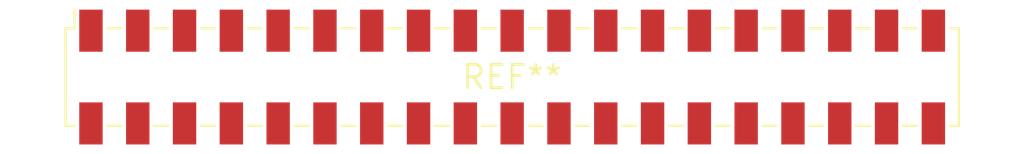
<source format=kicad_pcb>
(kicad_pcb (version 20240108) (generator pcbnew)
  (layers (0 "F.Cu" signal) (31 "B.Cu" signal) (34 "B.Paste" user) (35 "F.Paste" user) (36 "B.SilkS" user "B.Silkscreen") (37 "F.SilkS" user "F.Silkscreen") (38 "B.Mask" user) (39 "F.Mask" user) (44 "Edge.Cuts" user))
  (net 0 "")
  (footprint "Samtec_HLE-119-02-xxx-DV_2x19_P2.54mm_Horizontal" (layer "F.Cu") (at 0 0)
    (property "Reference" "REF**")
    (property "Value" "Samtec_HLE-119-02-xxx-DV_2x19_P2.54mm_Horizontal")
    (fp_line (start -24.24 -2.65) (end -24.24 2.65) (layer "F.SilkS") (stroke (width 0.12)))
    (fp_line (start -24.24 2.65) (end -23.755 2.65) (layer "F.SilkS") (stroke (width 0.12)))
    (fp_line (start -23.755 -3.67) (end -23.755 -2.65) (layer "F.SilkS") (stroke (width 0.12)))
    (fp_line (start -23.755 -2.65) (end -24.24 -2.65) (layer "F.SilkS") (stroke (width 0.12)))
    (fp_line (start -21.965 -2.65) (end -21.215 -2.65) (layer "F.SilkS") (stroke (width 0.12)))
    (fp_line (start -21.965 2.65) (end -21.215 2.65) (layer "F.SilkS") (stroke (width 0.12)))
    (fp_line (start -19.425 -2.65) (end -18.675 -2.65) (layer "F.SilkS") (stroke (width 0.12)))
    (fp_line (start -19.425 2.65) (end -18.675 2.65) (layer "F.SilkS") (stroke (width 0.12)))
    (fp_line (start -16.885 -2.65) (end -16.135 -2.65) (layer "F.SilkS") (stroke (width 0.12)))
    (fp_line (start -16.885 2.65) (end -16.135 2.65) (layer "F.SilkS") (stroke (width 0.12)))
    (fp_line (start -14.345 -2.65) (end -13.595 -2.65) (layer "F.SilkS") (stroke (width 0.12)))
    (fp_line (start -14.345 2.65) (end -13.595 2.65) (layer "F.SilkS") (stroke (width 0.12)))
    (fp_line (start -11.805 -2.65) (end -11.055 -2.65) (layer "F.SilkS") (stroke (width 0.12)))
    (fp_line (start -11.805 2.65) (end -11.055 2.65) (layer "F.SilkS") (stroke (width 0.12)))
    (fp_line (start -9.265 -2.65) (end -8.515 -2.65) (layer "F.SilkS") (stroke (width 0.12)))
    (fp_line (start -9.265 2.65) (end -8.515 2.65) (layer "F.SilkS") (stroke (width 0.12)))
    (fp_line (start -6.725 -2.65) (end -5.975 -2.65) (layer "F.SilkS") (stroke (width 0.12)))
    (fp_line (start -6.725 2.65) (end -5.975 2.65) (layer "F.SilkS") (stroke (width 0.12)))
    (fp_line (start -4.185 -2.65) (end -3.435 -2.65) (layer "F.SilkS") (stroke (width 0.12)))
    (fp_line (start -4.185 2.65) (end -3.435 2.65) (layer "F.SilkS") (stroke (width 0.12)))
    (fp_line (start -1.645 -2.65) (end -0.895 -2.65) (layer "F.SilkS") (stroke (width 0.12)))
    (fp_line (start -1.645 2.65) (end -0.895 2.65) (layer "F.SilkS") (stroke (width 0.12)))
    (fp_line (start 0.895 -2.65) (end 1.645 -2.65) (layer "F.SilkS") (stroke (width 0.12)))
    (fp_line (start 0.895 2.65) (end 1.645 2.65) (layer "F.SilkS") (stroke (width 0.12)))
    (fp_line (start 3.435 -2.65) (end 4.185 -2.65) (layer "F.SilkS") (stroke (width 0.12)))
    (fp_line (start 3.435 2.65) (end 4.185 2.65) (layer "F.SilkS") (stroke (width 0.12)))
    (fp_line (start 5.975 -2.65) (end 6.725 -2.65) (layer "F.SilkS") (stroke (width 0.12)))
    (fp_line (start 5.975 2.65) (end 6.725 2.65) (layer "F.SilkS") (stroke (width 0.12)))
    (fp_line (start 8.515 -2.65) (end 9.265 -2.65) (layer "F.SilkS") (stroke (width 0.12)))
    (fp_line (start 8.515 2.65) (end 9.265 2.65) (layer "F.SilkS") (stroke (width 0.12)))
    (fp_line (start 11.055 -2.65) (end 11.805 -2.65) (layer "F.SilkS") (stroke (width 0.12)))
    (fp_line (start 11.055 2.65) (end 11.805 2.65) (layer "F.SilkS") (stroke (width 0.12)))
    (fp_line (start 13.595 -2.65) (end 14.345 -2.65) (layer "F.SilkS") (stroke (width 0.12)))
    (fp_line (start 13.595 2.65) (end 14.345 2.65) (layer "F.SilkS") (stroke (width 0.12)))
    (fp_line (start 16.135 -2.65) (end 16.885 -2.65) (layer "F.SilkS") (stroke (width 0.12)))
    (fp_line (start 16.135 2.65) (end 16.885 2.65) (layer "F.SilkS") (stroke (width 0.12)))
    (fp_line (start 18.675 -2.65) (end 19.425 -2.65) (layer "F.SilkS") (stroke (width 0.12)))
    (fp_line (start 18.675 2.65) (end 19.425 2.65) (layer "F.SilkS") (stroke (width 0.12)))
    (fp_line (start 21.215 -2.65) (end 21.965 -2.65) (layer "F.SilkS") (stroke (width 0.12)))
    (fp_line (start 21.215 2.65) (end 21.965 2.65) (layer "F.SilkS") (stroke (width 0.12)))
    (fp_line (start 23.755 -2.65) (end 24.24 -2.65) (layer "F.SilkS") (stroke (width 0.12)))
    (fp_line (start 24.24 -2.65) (end 24.24 2.65) (layer "F.SilkS") (stroke (width 0.12)))
    (fp_line (start 24.24 2.65) (end 23.755 2.65) (layer "F.SilkS") (stroke (width 0.12)))
    (pad "1" smd rect (at -22.86 -2.525) (size 1.27 2.29) (layers "F.Cu" "F.Paste" "F.Mask"))
    (pad "2" smd rect (at -22.86 2.525) (size 1.27 2.29) (layers "F.Cu" "F.Paste" "F.Mask"))
    (pad "3" smd rect (at -20.32 -2.525) (size 1.27 2.29) (layers "F.Cu" "F.Paste" "F.Mask"))
    (pad "4" smd rect (at -20.32 2.525) (size 1.27 2.29) (layers "F.Cu" "F.Paste" "F.Mask"))
    (pad "5" smd rect (at -17.78 -2.525) (size 1.27 2.29) (layers "F.Cu" "F.Paste" "F.Mask"))
    (pad "6" smd rect (at -17.78 2.525) (size 1.27 2.29) (layers "F.Cu" "F.Paste" "F.Mask"))
    (pad "7" smd rect (at -15.24 -2.525) (size 1.27 2.29) (layers "F.Cu" "F.Paste" "F.Mask"))
    (pad "8" smd rect (at -15.24 2.525) (size 1.27 2.29) (layers "F.Cu" "F.Paste" "F.Mask"))
    (pad "9" smd rect (at -12.7 -2.525) (size 1.27 2.29) (layers "F.Cu" "F.Paste" "F.Mask"))
    (pad "10" smd rect (at -12.7 2.525) (size 1.27 2.29) (layers "F.Cu" "F.Paste" "F.Mask"))
    (pad "11" smd rect (at -10.16 -2.525) (size 1.27 2.29) (layers "F.Cu" "F.Paste" "F.Mask"))
    (pad "12" smd rect (at -10.16 2.525) (size 1.27 2.29) (layers "F.Cu" "F.Paste" "F.Mask"))
    (pad "13" smd rect (at -7.62 -2.525) (size 1.27 2.29) (layers "F.Cu" "F.Paste" "F.Mask"))
    (pad "14" smd rect (at -7.62 2.525) (size 1.27 2.29) (layers "F.Cu" "F.Paste" "F.Mask"))
    (pad "15" smd rect (at -5.08 -2.525) (size 1.27 2.29) (layers "F.Cu" "F.Paste" "F.Mask"))
    (pad "16" smd rect (at -5.08 2.525) (size 1.27 2.29) (layers "F.Cu" "F.Paste" "F.Mask"))
    (pad "17" smd rect (at -2.54 -2.525) (size 1.27 2.29) (layers "F.Cu" "F.Paste" "F.Mask"))
    (pad "18" smd rect (at -2.54 2.525) (size 1.27 2.29) (layers "F.Cu" "F.Paste" "F.Mask"))
    (pad "19" smd rect (at 0 -2.525) (size 1.27 2.29) (layers "F.Cu" "F.Paste" "F.Mask"))
    (pad "20" smd rect (at 0 2.525) (size 1.27 2.29) (layers "F.Cu" "F.Paste" "F.Mask"))
    (pad "21" smd rect (at 2.54 -2.525) (size 1.27 2.29) (layers "F.Cu" "F.Paste" "F.Mask"))
    (pad "22" smd rect (at 2.54 2.525) (size 1.27 2.29) (layers "F.Cu" "F.Paste" "F.Mask"))
    (pad "23" smd rect (at 5.08 -2.525) (size 1.27 2.29) (layers "F.Cu" "F.Paste" "F.Mask"))
    (pad "24" smd rect (at 5.08 2.525) (size 1.27 2.29) (layers "F.Cu" "F.Paste" "F.Mask"))
    (pad "25" smd rect (at 7.62 -2.525) (size 1.27 2.29) (layers "F.Cu" "F.Paste" "F.Mask"))
    (pad "26" smd rect (at 7.62 2.525) (size 1.27 2.29) (layers "F.Cu" "F.Paste" "F.Mask"))
    (pad "27" smd rect (at 10.16 -2.525) (size 1.27 2.29) (layers "F.Cu" "F.Paste" "F.Mask"))
    (pad "28" smd rect (at 10.16 2.525) (size 1.27 2.29) (layers "F.Cu" "F.Paste" "F.Mask"))
    (pad "29" smd rect (at 12.7 -2.525) (size 1.27 2.29) (layers "F.Cu" "F.Paste" "F.Mask"))
    (pad "30" smd rect (at 12.7 2.525) (size 1.27 2.29) (layers "F.Cu" "F.Paste" "F.Mask"))
    (pad "31" smd rect (at 15.24 -2.525) (size 1.27 2.29) (layers "F.Cu" "F.Paste" "F.Mask"))
    (pad "32" smd rect (at 15.24 2.525) (size 1.27 2.29) (layers "F.Cu" "F.Paste" "F.Mask"))
    (pad "33" smd rect (at 17.78 -2.525) (size 1.27 2.29) (layers "F.Cu" "F.Paste" "F.Mask"))
    (pad "34" smd rect (at 17.78 2.525) (size 1.27 2.29) (layers "F.Cu" "F.Paste" "F.Mask"))
    (pad "35" smd rect (at 20.32 -2.525) (size 1.27 2.29) (layers "F.Cu" "F.Paste" "F.Mask"))
    (pad "36" smd rect (at 20.32 2.525) (size 1.27 2.29) (layers "F.Cu" "F.Paste" "F.Mask"))
    (pad "37" smd rect (at 22.86 -2.525) (size 1.27 2.29) (layers "F.Cu" "F.Paste" "F.Mask"))
    (pad "38" smd rect (at 22.86 2.525) (size 1.27 2.29) (layers "F.Cu" "F.Paste" "F.Mask"))
  )
)
</source>
